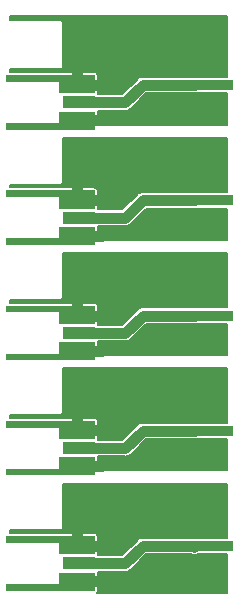
<source format=gbr>
G04 #@! TF.GenerationSoftware,KiCad,Pcbnew,(5.0.2)-1*
G04 #@! TF.CreationDate,2019-09-04T12:50:55-04:00*
G04 #@! TF.ProjectId,MMCX_2DD-100P_Even,4d4d4358-5f32-4444-942d-313030505f45,rev?*
G04 #@! TF.SameCoordinates,Original*
G04 #@! TF.FileFunction,Copper,L1,Top*
G04 #@! TF.FilePolarity,Positive*
%FSLAX46Y46*%
G04 Gerber Fmt 4.6, Leading zero omitted, Abs format (unit mm)*
G04 Created by KiCad (PCBNEW (5.0.2)-1) date 9/4/2019 12:50:55 PM*
%MOMM*%
%LPD*%
G01*
G04 APERTURE LIST*
G04 #@! TA.AperFunction,SMDPad,CuDef*
%ADD10R,6.477000X0.883920*%
G04 #@! TD*
G04 #@! TA.AperFunction,SMDPad,CuDef*
%ADD11R,2.695200X1.092200*%
G04 #@! TD*
G04 #@! TA.AperFunction,SMDPad,CuDef*
%ADD12C,1.525300*%
G04 #@! TD*
G04 #@! TA.AperFunction,Conductor*
%ADD13C,0.100000*%
G04 #@! TD*
G04 #@! TA.AperFunction,ViaPad*
%ADD14C,0.800000*%
G04 #@! TD*
G04 #@! TA.AperFunction,Conductor*
%ADD15C,0.896620*%
G04 #@! TD*
G04 #@! TA.AperFunction,Conductor*
%ADD16C,0.250000*%
G04 #@! TD*
G04 #@! TA.AperFunction,Conductor*
%ADD17C,0.660400*%
G04 #@! TD*
G04 #@! TA.AperFunction,Conductor*
%ADD18C,0.152400*%
G04 #@! TD*
G04 APERTURE END LIST*
D10*
G04 #@! TO.P,J2,2*
G04 #@! TO.N,Net-(J2-Pad2)*
X156189135Y-28026464D03*
G04 #@! TD*
G04 #@! TO.P,J5,2*
G04 #@! TO.N,Net-(J5-Pad2)*
X156189135Y-37784984D03*
G04 #@! TD*
G04 #@! TO.P,J8,2*
G04 #@! TO.N,Net-(J8-Pad2)*
X156189135Y-47543504D03*
G04 #@! TD*
G04 #@! TO.P,J11,2*
G04 #@! TO.N,Net-(J11-Pad2)*
X156189135Y-57302027D03*
G04 #@! TD*
G04 #@! TO.P,J14,2*
G04 #@! TO.N,Net-(J14-Pad2)*
X156189135Y-67060544D03*
G04 #@! TD*
D11*
G04 #@! TO.P,J3,1*
G04 #@! TO.N,Net-(J2-Pad2)*
X146393385Y-29490245D03*
D12*
G04 #@! TO.P,J3,2*
G04 #@! TO.N,Net-(J1-Pad2)*
X146240985Y-27952895D03*
D13*
G04 #@! TD*
G04 #@! TO.N,Net-(J1-Pad2)*
G04 #@! TO.C,J3*
G36*
X147740985Y-28715545D02*
X144740985Y-28715545D01*
X144740985Y-27740245D01*
X140240985Y-27740245D01*
X140240985Y-27190245D01*
X147740985Y-27190245D01*
X147740985Y-28715545D01*
X147740985Y-28715545D01*
G37*
D12*
G04 #@! TO.P,J3,2*
G04 #@! TO.N,Net-(J1-Pad2)*
X146240985Y-31027595D03*
D13*
G04 #@! TD*
G04 #@! TO.N,Net-(J1-Pad2)*
G04 #@! TO.C,J3*
G36*
X147740985Y-31790245D02*
X140240985Y-31790245D01*
X140240985Y-31240245D01*
X144740985Y-31240245D01*
X144740985Y-30264945D01*
X147740985Y-30264945D01*
X147740985Y-31790245D01*
X147740985Y-31790245D01*
G37*
D12*
G04 #@! TO.P,J6,2*
G04 #@! TO.N,Net-(J4-Pad2)*
X146240985Y-40786115D03*
D13*
G04 #@! TD*
G04 #@! TO.N,Net-(J4-Pad2)*
G04 #@! TO.C,J6*
G36*
X147740985Y-41548765D02*
X140240985Y-41548765D01*
X140240985Y-40998765D01*
X144740985Y-40998765D01*
X144740985Y-40023465D01*
X147740985Y-40023465D01*
X147740985Y-41548765D01*
X147740985Y-41548765D01*
G37*
D12*
G04 #@! TO.P,J6,2*
G04 #@! TO.N,Net-(J4-Pad2)*
X146240985Y-37711415D03*
D13*
G04 #@! TD*
G04 #@! TO.N,Net-(J4-Pad2)*
G04 #@! TO.C,J6*
G36*
X147740985Y-38474065D02*
X144740985Y-38474065D01*
X144740985Y-37498765D01*
X140240985Y-37498765D01*
X140240985Y-36948765D01*
X147740985Y-36948765D01*
X147740985Y-38474065D01*
X147740985Y-38474065D01*
G37*
D11*
G04 #@! TO.P,J6,1*
G04 #@! TO.N,Net-(J5-Pad2)*
X146393385Y-39248765D03*
G04 #@! TD*
D12*
G04 #@! TO.P,J9,2*
G04 #@! TO.N,Net-(J7-Pad2)*
X146240985Y-50544635D03*
D13*
G04 #@! TD*
G04 #@! TO.N,Net-(J7-Pad2)*
G04 #@! TO.C,J9*
G36*
X147740985Y-51307285D02*
X140240985Y-51307285D01*
X140240985Y-50757285D01*
X144740985Y-50757285D01*
X144740985Y-49781985D01*
X147740985Y-49781985D01*
X147740985Y-51307285D01*
X147740985Y-51307285D01*
G37*
D12*
G04 #@! TO.P,J9,2*
G04 #@! TO.N,Net-(J7-Pad2)*
X146240985Y-47469935D03*
D13*
G04 #@! TD*
G04 #@! TO.N,Net-(J7-Pad2)*
G04 #@! TO.C,J9*
G36*
X147740985Y-48232585D02*
X144740985Y-48232585D01*
X144740985Y-47257285D01*
X140240985Y-47257285D01*
X140240985Y-46707285D01*
X147740985Y-46707285D01*
X147740985Y-48232585D01*
X147740985Y-48232585D01*
G37*
D11*
G04 #@! TO.P,J9,1*
G04 #@! TO.N,Net-(J8-Pad2)*
X146393385Y-49007285D03*
G04 #@! TD*
D12*
G04 #@! TO.P,J12,2*
G04 #@! TO.N,Net-(J10-Pad2)*
X146240985Y-60303155D03*
D13*
G04 #@! TD*
G04 #@! TO.N,Net-(J10-Pad2)*
G04 #@! TO.C,J12*
G36*
X147740985Y-61065805D02*
X140240985Y-61065805D01*
X140240985Y-60515805D01*
X144740985Y-60515805D01*
X144740985Y-59540505D01*
X147740985Y-59540505D01*
X147740985Y-61065805D01*
X147740985Y-61065805D01*
G37*
D12*
G04 #@! TO.P,J12,2*
G04 #@! TO.N,Net-(J10-Pad2)*
X146240985Y-57228455D03*
D13*
G04 #@! TD*
G04 #@! TO.N,Net-(J10-Pad2)*
G04 #@! TO.C,J12*
G36*
X147740985Y-57991105D02*
X144740985Y-57991105D01*
X144740985Y-57015805D01*
X140240985Y-57015805D01*
X140240985Y-56465805D01*
X147740985Y-56465805D01*
X147740985Y-57991105D01*
X147740985Y-57991105D01*
G37*
D11*
G04 #@! TO.P,J12,1*
G04 #@! TO.N,Net-(J11-Pad2)*
X146393385Y-58765805D03*
G04 #@! TD*
D12*
G04 #@! TO.P,J15,2*
G04 #@! TO.N,Net-(J13-Pad2)*
X146240985Y-70061675D03*
D13*
G04 #@! TD*
G04 #@! TO.N,Net-(J13-Pad2)*
G04 #@! TO.C,J15*
G36*
X147740985Y-70824325D02*
X140240985Y-70824325D01*
X140240985Y-70274325D01*
X144740985Y-70274325D01*
X144740985Y-69299025D01*
X147740985Y-69299025D01*
X147740985Y-70824325D01*
X147740985Y-70824325D01*
G37*
D12*
G04 #@! TO.P,J15,2*
G04 #@! TO.N,Net-(J13-Pad2)*
X146240985Y-66986975D03*
D13*
G04 #@! TD*
G04 #@! TO.N,Net-(J13-Pad2)*
G04 #@! TO.C,J15*
G36*
X147740985Y-67749625D02*
X144740985Y-67749625D01*
X144740985Y-66774325D01*
X140240985Y-66774325D01*
X140240985Y-66224325D01*
X147740985Y-66224325D01*
X147740985Y-67749625D01*
X147740985Y-67749625D01*
G37*
D11*
G04 #@! TO.P,J15,1*
G04 #@! TO.N,Net-(J14-Pad2)*
X146393385Y-68524325D03*
G04 #@! TD*
D14*
G04 #@! TO.N,Net-(J1-Pad2)*
X148382319Y-28026467D03*
X148382319Y-23147201D03*
X149846097Y-26074763D03*
X150334023Y-23147207D03*
X151797801Y-24123059D03*
X148382319Y-30954023D03*
X148382319Y-26148335D03*
X155701209Y-25586837D03*
X151797801Y-29978171D03*
X150334023Y-30954023D03*
X158140839Y-25586837D03*
X149846097Y-28026467D03*
X153261579Y-30466097D03*
X150821949Y-27050615D03*
X155701209Y-30466097D03*
X158140839Y-30466097D03*
X153261579Y-25586837D03*
G04 #@! TO.N,Net-(J4-Pad2)*
X153261579Y-40224617D03*
X155701209Y-40224617D03*
X158140839Y-40224617D03*
X148382319Y-32905727D03*
X148382319Y-37784987D03*
X148382319Y-40761159D03*
X148382319Y-35833283D03*
X151797801Y-33881579D03*
X151797801Y-39736691D03*
X150334023Y-40712543D03*
X149846097Y-37784987D03*
X149846097Y-35833283D03*
X150821949Y-36809135D03*
X150334023Y-32905727D03*
X153261579Y-35345357D03*
X155701209Y-35345357D03*
X158140839Y-35345357D03*
G04 #@! TO.N,Net-(J7-Pad2)*
X153261579Y-49983137D03*
X155701209Y-49983137D03*
X158140839Y-49983137D03*
X148382319Y-47543507D03*
X148382319Y-45591803D03*
X151797801Y-49495211D03*
X150334023Y-50471063D03*
X149846097Y-45591803D03*
X150821949Y-46567655D03*
X148382319Y-50519709D03*
X151797801Y-43640099D03*
X148382319Y-42664247D03*
X150334023Y-42664247D03*
X153261579Y-45103877D03*
X155701209Y-45103877D03*
X158140839Y-45103877D03*
X149846097Y-47543507D03*
G04 #@! TO.N,Net-(J10-Pad2)*
X153261579Y-59741657D03*
X155701209Y-59741657D03*
X158140839Y-59741657D03*
X148382319Y-57302027D03*
X148382337Y-60303155D03*
X148382337Y-52422866D03*
X148382319Y-55350323D03*
X149846097Y-55350323D03*
X150334023Y-60229583D03*
X151797801Y-53398619D03*
X151797801Y-59253731D03*
X150821949Y-56326175D03*
X150334023Y-52422767D03*
X153261579Y-54862397D03*
X155701209Y-54862397D03*
X158140839Y-54862397D03*
X149846097Y-57302027D03*
G04 #@! TO.N,Net-(J13-Pad2)*
X155701209Y-69500177D03*
X151797801Y-69012251D03*
X149846097Y-65108843D03*
X148382319Y-67060547D03*
X148382337Y-62181441D03*
X148382337Y-70036809D03*
X148308931Y-65182415D03*
X150334023Y-69988103D03*
X158140839Y-69500177D03*
X150821949Y-66084695D03*
X153261579Y-69500177D03*
X150334023Y-62181287D03*
X158140839Y-64620917D03*
X155701209Y-64620917D03*
X153261579Y-64620917D03*
X151797801Y-63157139D03*
X149846097Y-67060547D03*
G04 #@! TD*
D15*
G04 #@! TO.N,Net-(J1-Pad2)*
X146240985Y-27977911D02*
X147942949Y-27977911D01*
X146240985Y-31002609D02*
X148821659Y-31002609D01*
X146240985Y-26148335D02*
X146240985Y-27836841D01*
D16*
G04 #@! TO.N,Net-(J4-Pad2)*
X146592695Y-36321245D02*
X146240985Y-35969535D01*
D15*
X146240985Y-40761159D02*
X148333787Y-40761159D01*
X146240985Y-35906855D02*
X146240985Y-37595401D01*
X148382319Y-32905727D02*
X148438013Y-32905727D01*
X146314557Y-37784987D02*
X146240985Y-37711415D01*
X148382319Y-37784987D02*
X146314557Y-37784987D01*
G04 #@! TO.N,Net-(J7-Pad2)*
X146240985Y-50519709D02*
X148382319Y-50519709D01*
X146240985Y-45665375D02*
X146240985Y-47353961D01*
X146314557Y-47543507D02*
X146240985Y-47469935D01*
X148382319Y-47543507D02*
X146314557Y-47543507D01*
D17*
G04 #@! TO.N,Net-(J10-Pad2)*
X146346115Y-55838345D02*
X146240985Y-55733215D01*
D15*
X146240985Y-60303155D02*
X148308747Y-60303155D01*
X146240985Y-57228455D02*
X148308747Y-57228455D01*
X146240985Y-55423895D02*
X146240985Y-57112521D01*
G04 #@! TO.N,Net-(J13-Pad2)*
X146240985Y-67012111D02*
X147942829Y-67012111D01*
X148382337Y-62181441D02*
X148438165Y-62181441D01*
X146240985Y-70036809D02*
X148821671Y-70036809D01*
X146240985Y-66986975D02*
X146240985Y-65298473D01*
G04 #@! TO.N,Net-(J2-Pad2)*
X146393385Y-29490245D02*
X150334023Y-29490245D01*
X151797804Y-28026464D02*
X156189135Y-28026464D01*
X150334023Y-29490245D02*
X151797804Y-28026464D01*
G04 #@! TO.N,Net-(J5-Pad2)*
X146393385Y-39248765D02*
X150334023Y-39248765D01*
X151797804Y-37784984D02*
X156189135Y-37784984D01*
X150334023Y-39248765D02*
X151797804Y-37784984D01*
G04 #@! TO.N,Net-(J8-Pad2)*
X146393385Y-49007285D02*
X150334023Y-49007285D01*
X151797804Y-47543504D02*
X156189135Y-47543504D01*
X150334023Y-49007285D02*
X151797804Y-47543504D01*
G04 #@! TO.N,Net-(J11-Pad2)*
X150334023Y-58765805D02*
X146393385Y-58765805D01*
X151797801Y-57302027D02*
X156189135Y-57302027D01*
X150334023Y-58765805D02*
X151797801Y-57302027D01*
G04 #@! TO.N,Net-(J14-Pad2)*
X156134265Y-67115414D02*
X156189135Y-67060544D01*
X146393385Y-68524325D02*
X150334023Y-68524325D01*
X151797804Y-67060544D02*
X156189135Y-67060544D01*
X150334023Y-68524325D02*
X151797804Y-67060544D01*
G04 #@! TD*
D18*
G04 #@! TO.N,Net-(J1-Pad2)*
G36*
X158941700Y-31365749D02*
X147996214Y-31365749D01*
X147996214Y-30264945D01*
X147991310Y-30215152D01*
X147984455Y-30192555D01*
X150299525Y-30192555D01*
X150334023Y-30195953D01*
X150368521Y-30192555D01*
X150368523Y-30192555D01*
X150471700Y-30182393D01*
X150604086Y-30142234D01*
X150726093Y-30077020D01*
X150833034Y-29989256D01*
X150855033Y-29962450D01*
X152088710Y-28728774D01*
X156223635Y-28728774D01*
X156275640Y-28723652D01*
X158941700Y-28723652D01*
X158941700Y-31365749D01*
X158941700Y-31365749D01*
G37*
X158941700Y-31365749D02*
X147996214Y-31365749D01*
X147996214Y-30264945D01*
X147991310Y-30215152D01*
X147984455Y-30192555D01*
X150299525Y-30192555D01*
X150334023Y-30195953D01*
X150368521Y-30192555D01*
X150368523Y-30192555D01*
X150471700Y-30182393D01*
X150604086Y-30142234D01*
X150726093Y-30077020D01*
X150833034Y-29989256D01*
X150855033Y-29962450D01*
X152088710Y-28728774D01*
X156223635Y-28728774D01*
X156275640Y-28723652D01*
X158941700Y-28723652D01*
X158941700Y-31365749D01*
G36*
X158941700Y-27329276D02*
X156275640Y-27329276D01*
X156223635Y-27324154D01*
X151832302Y-27324154D01*
X151797804Y-27320756D01*
X151763306Y-27324154D01*
X151763304Y-27324154D01*
X151660127Y-27334316D01*
X151527741Y-27374475D01*
X151405734Y-27439689D01*
X151298793Y-27527453D01*
X151276798Y-27554254D01*
X150043118Y-28787935D01*
X147984455Y-28787935D01*
X147991310Y-28765338D01*
X147996214Y-28715545D01*
X147996214Y-27190245D01*
X147991310Y-27140452D01*
X147976786Y-27092573D01*
X147953200Y-27048447D01*
X147921459Y-27009771D01*
X147882783Y-26978030D01*
X147838657Y-26954444D01*
X147790778Y-26939920D01*
X147740985Y-26935016D01*
X140570000Y-26935016D01*
X140570000Y-26690000D01*
X144724846Y-26690000D01*
X144741000Y-26691591D01*
X144757154Y-26690000D01*
X144805495Y-26685239D01*
X144867512Y-26666426D01*
X144924667Y-26635876D01*
X144974763Y-26594763D01*
X145015876Y-26544667D01*
X145046426Y-26487512D01*
X145065239Y-26425495D01*
X145071591Y-26361000D01*
X145070000Y-26344846D01*
X145070000Y-22877154D01*
X145071591Y-22861000D01*
X145065239Y-22796505D01*
X145046426Y-22734488D01*
X145015876Y-22677333D01*
X144974763Y-22627237D01*
X144924667Y-22586124D01*
X144867512Y-22555574D01*
X144805495Y-22536761D01*
X144757154Y-22532000D01*
X144741000Y-22530409D01*
X144724846Y-22532000D01*
X140570000Y-22532000D01*
X140570000Y-22140000D01*
X158941700Y-22140000D01*
X158941700Y-27329276D01*
X158941700Y-27329276D01*
G37*
X158941700Y-27329276D02*
X156275640Y-27329276D01*
X156223635Y-27324154D01*
X151832302Y-27324154D01*
X151797804Y-27320756D01*
X151763306Y-27324154D01*
X151763304Y-27324154D01*
X151660127Y-27334316D01*
X151527741Y-27374475D01*
X151405734Y-27439689D01*
X151298793Y-27527453D01*
X151276798Y-27554254D01*
X150043118Y-28787935D01*
X147984455Y-28787935D01*
X147991310Y-28765338D01*
X147996214Y-28715545D01*
X147996214Y-27190245D01*
X147991310Y-27140452D01*
X147976786Y-27092573D01*
X147953200Y-27048447D01*
X147921459Y-27009771D01*
X147882783Y-26978030D01*
X147838657Y-26954444D01*
X147790778Y-26939920D01*
X147740985Y-26935016D01*
X140570000Y-26935016D01*
X140570000Y-26690000D01*
X144724846Y-26690000D01*
X144741000Y-26691591D01*
X144757154Y-26690000D01*
X144805495Y-26685239D01*
X144867512Y-26666426D01*
X144924667Y-26635876D01*
X144974763Y-26594763D01*
X145015876Y-26544667D01*
X145046426Y-26487512D01*
X145065239Y-26425495D01*
X145071591Y-26361000D01*
X145070000Y-26344846D01*
X145070000Y-22877154D01*
X145071591Y-22861000D01*
X145065239Y-22796505D01*
X145046426Y-22734488D01*
X145015876Y-22677333D01*
X144974763Y-22627237D01*
X144924667Y-22586124D01*
X144867512Y-22555574D01*
X144805495Y-22536761D01*
X144757154Y-22532000D01*
X144741000Y-22530409D01*
X144724846Y-22532000D01*
X140570000Y-22532000D01*
X140570000Y-22140000D01*
X158941700Y-22140000D01*
X158941700Y-27329276D01*
G04 #@! TO.N,Net-(J4-Pad2)*
G36*
X158941700Y-41124269D02*
X147996214Y-41124269D01*
X147996214Y-40023465D01*
X147991310Y-39973672D01*
X147984455Y-39951075D01*
X150299525Y-39951075D01*
X150334023Y-39954473D01*
X150368521Y-39951075D01*
X150368523Y-39951075D01*
X150471700Y-39940913D01*
X150604086Y-39900754D01*
X150726093Y-39835540D01*
X150833034Y-39747776D01*
X150855033Y-39720970D01*
X152088710Y-38487294D01*
X156223635Y-38487294D01*
X156275640Y-38482172D01*
X158941700Y-38482172D01*
X158941700Y-41124269D01*
X158941700Y-41124269D01*
G37*
X158941700Y-41124269D02*
X147996214Y-41124269D01*
X147996214Y-40023465D01*
X147991310Y-39973672D01*
X147984455Y-39951075D01*
X150299525Y-39951075D01*
X150334023Y-39954473D01*
X150368521Y-39951075D01*
X150368523Y-39951075D01*
X150471700Y-39940913D01*
X150604086Y-39900754D01*
X150726093Y-39835540D01*
X150833034Y-39747776D01*
X150855033Y-39720970D01*
X152088710Y-38487294D01*
X156223635Y-38487294D01*
X156275640Y-38482172D01*
X158941700Y-38482172D01*
X158941700Y-41124269D01*
G36*
X158941700Y-37087796D02*
X156275640Y-37087796D01*
X156223635Y-37082674D01*
X151832302Y-37082674D01*
X151797804Y-37079276D01*
X151763306Y-37082674D01*
X151763304Y-37082674D01*
X151660127Y-37092836D01*
X151527741Y-37132995D01*
X151405734Y-37198209D01*
X151298793Y-37285973D01*
X151276798Y-37312774D01*
X150043118Y-38546455D01*
X147984455Y-38546455D01*
X147991310Y-38523858D01*
X147996214Y-38474065D01*
X147996214Y-36948765D01*
X147991310Y-36898972D01*
X147976786Y-36851093D01*
X147953200Y-36806967D01*
X147921459Y-36768291D01*
X147882783Y-36736550D01*
X147838657Y-36712964D01*
X147790778Y-36698440D01*
X147740985Y-36693536D01*
X140570000Y-36693536D01*
X140570000Y-36448526D01*
X144724846Y-36448526D01*
X144741000Y-36450117D01*
X144757154Y-36448526D01*
X144805495Y-36443765D01*
X144867512Y-36424952D01*
X144924667Y-36394402D01*
X144974763Y-36353289D01*
X145015876Y-36303193D01*
X145046426Y-36246038D01*
X145065239Y-36184021D01*
X145071591Y-36119526D01*
X145070000Y-36103372D01*
X145070000Y-32635680D01*
X145071591Y-32619526D01*
X145065239Y-32555031D01*
X145046725Y-32494001D01*
X158941700Y-32494001D01*
X158941700Y-37087796D01*
X158941700Y-37087796D01*
G37*
X158941700Y-37087796D02*
X156275640Y-37087796D01*
X156223635Y-37082674D01*
X151832302Y-37082674D01*
X151797804Y-37079276D01*
X151763306Y-37082674D01*
X151763304Y-37082674D01*
X151660127Y-37092836D01*
X151527741Y-37132995D01*
X151405734Y-37198209D01*
X151298793Y-37285973D01*
X151276798Y-37312774D01*
X150043118Y-38546455D01*
X147984455Y-38546455D01*
X147991310Y-38523858D01*
X147996214Y-38474065D01*
X147996214Y-36948765D01*
X147991310Y-36898972D01*
X147976786Y-36851093D01*
X147953200Y-36806967D01*
X147921459Y-36768291D01*
X147882783Y-36736550D01*
X147838657Y-36712964D01*
X147790778Y-36698440D01*
X147740985Y-36693536D01*
X140570000Y-36693536D01*
X140570000Y-36448526D01*
X144724846Y-36448526D01*
X144741000Y-36450117D01*
X144757154Y-36448526D01*
X144805495Y-36443765D01*
X144867512Y-36424952D01*
X144924667Y-36394402D01*
X144974763Y-36353289D01*
X145015876Y-36303193D01*
X145046426Y-36246038D01*
X145065239Y-36184021D01*
X145071591Y-36119526D01*
X145070000Y-36103372D01*
X145070000Y-32635680D01*
X145071591Y-32619526D01*
X145065239Y-32555031D01*
X145046725Y-32494001D01*
X158941700Y-32494001D01*
X158941700Y-37087796D01*
G04 #@! TO.N,Net-(J7-Pad2)*
G36*
X158941701Y-50882789D02*
X147996214Y-50882789D01*
X147996214Y-49781985D01*
X147991310Y-49732192D01*
X147984455Y-49709595D01*
X150299525Y-49709595D01*
X150334023Y-49712993D01*
X150368521Y-49709595D01*
X150368523Y-49709595D01*
X150471700Y-49699433D01*
X150604086Y-49659274D01*
X150726093Y-49594060D01*
X150833034Y-49506296D01*
X150855033Y-49479490D01*
X152088710Y-48245814D01*
X156223635Y-48245814D01*
X156275640Y-48240692D01*
X158941701Y-48240692D01*
X158941701Y-50882789D01*
X158941701Y-50882789D01*
G37*
X158941701Y-50882789D02*
X147996214Y-50882789D01*
X147996214Y-49781985D01*
X147991310Y-49732192D01*
X147984455Y-49709595D01*
X150299525Y-49709595D01*
X150334023Y-49712993D01*
X150368521Y-49709595D01*
X150368523Y-49709595D01*
X150471700Y-49699433D01*
X150604086Y-49659274D01*
X150726093Y-49594060D01*
X150833034Y-49506296D01*
X150855033Y-49479490D01*
X152088710Y-48245814D01*
X156223635Y-48245814D01*
X156275640Y-48240692D01*
X158941701Y-48240692D01*
X158941701Y-50882789D01*
G36*
X158941701Y-46846316D02*
X156275640Y-46846316D01*
X156223635Y-46841194D01*
X151832302Y-46841194D01*
X151797804Y-46837796D01*
X151763306Y-46841194D01*
X151763304Y-46841194D01*
X151660127Y-46851356D01*
X151527741Y-46891515D01*
X151405734Y-46956729D01*
X151298793Y-47044493D01*
X151276798Y-47071294D01*
X150043118Y-48304975D01*
X147984455Y-48304975D01*
X147991310Y-48282378D01*
X147996214Y-48232585D01*
X147996214Y-46707285D01*
X147991310Y-46657492D01*
X147976786Y-46609613D01*
X147953200Y-46565487D01*
X147921459Y-46526811D01*
X147882783Y-46495070D01*
X147838657Y-46471484D01*
X147790778Y-46456960D01*
X147740985Y-46452056D01*
X140570000Y-46452056D01*
X140570000Y-46207052D01*
X144724846Y-46207052D01*
X144741000Y-46208643D01*
X144757154Y-46207052D01*
X144805495Y-46202291D01*
X144867512Y-46183478D01*
X144924667Y-46152928D01*
X144974763Y-46111815D01*
X145015876Y-46061719D01*
X145046426Y-46004564D01*
X145065239Y-45942547D01*
X145071591Y-45878052D01*
X145070000Y-45861898D01*
X145070000Y-42394206D01*
X145071591Y-42378052D01*
X145065239Y-42313557D01*
X145046724Y-42252521D01*
X158941701Y-42252521D01*
X158941701Y-46846316D01*
X158941701Y-46846316D01*
G37*
X158941701Y-46846316D02*
X156275640Y-46846316D01*
X156223635Y-46841194D01*
X151832302Y-46841194D01*
X151797804Y-46837796D01*
X151763306Y-46841194D01*
X151763304Y-46841194D01*
X151660127Y-46851356D01*
X151527741Y-46891515D01*
X151405734Y-46956729D01*
X151298793Y-47044493D01*
X151276798Y-47071294D01*
X150043118Y-48304975D01*
X147984455Y-48304975D01*
X147991310Y-48282378D01*
X147996214Y-48232585D01*
X147996214Y-46707285D01*
X147991310Y-46657492D01*
X147976786Y-46609613D01*
X147953200Y-46565487D01*
X147921459Y-46526811D01*
X147882783Y-46495070D01*
X147838657Y-46471484D01*
X147790778Y-46456960D01*
X147740985Y-46452056D01*
X140570000Y-46452056D01*
X140570000Y-46207052D01*
X144724846Y-46207052D01*
X144741000Y-46208643D01*
X144757154Y-46207052D01*
X144805495Y-46202291D01*
X144867512Y-46183478D01*
X144924667Y-46152928D01*
X144974763Y-46111815D01*
X145015876Y-46061719D01*
X145046426Y-46004564D01*
X145065239Y-45942547D01*
X145071591Y-45878052D01*
X145070000Y-45861898D01*
X145070000Y-42394206D01*
X145071591Y-42378052D01*
X145065239Y-42313557D01*
X145046724Y-42252521D01*
X158941701Y-42252521D01*
X158941701Y-46846316D01*
G04 #@! TO.N,Net-(J10-Pad2)*
G36*
X158941701Y-60641309D02*
X147996214Y-60641309D01*
X147996214Y-59540505D01*
X147991310Y-59490712D01*
X147984455Y-59468115D01*
X150299525Y-59468115D01*
X150334023Y-59471513D01*
X150368521Y-59468115D01*
X150368523Y-59468115D01*
X150471700Y-59457953D01*
X150604086Y-59417794D01*
X150726093Y-59352580D01*
X150833034Y-59264816D01*
X150855033Y-59238010D01*
X152088707Y-58004337D01*
X156223635Y-58004337D01*
X156275640Y-57999215D01*
X158941701Y-57999215D01*
X158941701Y-60641309D01*
X158941701Y-60641309D01*
G37*
X158941701Y-60641309D02*
X147996214Y-60641309D01*
X147996214Y-59540505D01*
X147991310Y-59490712D01*
X147984455Y-59468115D01*
X150299525Y-59468115D01*
X150334023Y-59471513D01*
X150368521Y-59468115D01*
X150368523Y-59468115D01*
X150471700Y-59457953D01*
X150604086Y-59417794D01*
X150726093Y-59352580D01*
X150833034Y-59264816D01*
X150855033Y-59238010D01*
X152088707Y-58004337D01*
X156223635Y-58004337D01*
X156275640Y-57999215D01*
X158941701Y-57999215D01*
X158941701Y-60641309D01*
G36*
X158941701Y-56604839D02*
X156275640Y-56604839D01*
X156223635Y-56599717D01*
X151832301Y-56599717D01*
X151797801Y-56596319D01*
X151660123Y-56609879D01*
X151612693Y-56624267D01*
X151527738Y-56650038D01*
X151405731Y-56715252D01*
X151298790Y-56803016D01*
X151276795Y-56829817D01*
X150043118Y-58063495D01*
X147984455Y-58063495D01*
X147991310Y-58040898D01*
X147996214Y-57991105D01*
X147996214Y-56465805D01*
X147991310Y-56416012D01*
X147976786Y-56368133D01*
X147953200Y-56324007D01*
X147921459Y-56285331D01*
X147882783Y-56253590D01*
X147838657Y-56230004D01*
X147790778Y-56215480D01*
X147740985Y-56210576D01*
X140570000Y-56210576D01*
X140570000Y-55965578D01*
X144724846Y-55965578D01*
X144741000Y-55967169D01*
X144757154Y-55965578D01*
X144805495Y-55960817D01*
X144867512Y-55942004D01*
X144924667Y-55911454D01*
X144974763Y-55870341D01*
X145015876Y-55820245D01*
X145046426Y-55763090D01*
X145065239Y-55701073D01*
X145071591Y-55636578D01*
X145070000Y-55620424D01*
X145070000Y-52152732D01*
X145071591Y-52136578D01*
X145065239Y-52072083D01*
X145046722Y-52011041D01*
X158941701Y-52011041D01*
X158941701Y-56604839D01*
X158941701Y-56604839D01*
G37*
X158941701Y-56604839D02*
X156275640Y-56604839D01*
X156223635Y-56599717D01*
X151832301Y-56599717D01*
X151797801Y-56596319D01*
X151660123Y-56609879D01*
X151612693Y-56624267D01*
X151527738Y-56650038D01*
X151405731Y-56715252D01*
X151298790Y-56803016D01*
X151276795Y-56829817D01*
X150043118Y-58063495D01*
X147984455Y-58063495D01*
X147991310Y-58040898D01*
X147996214Y-57991105D01*
X147996214Y-56465805D01*
X147991310Y-56416012D01*
X147976786Y-56368133D01*
X147953200Y-56324007D01*
X147921459Y-56285331D01*
X147882783Y-56253590D01*
X147838657Y-56230004D01*
X147790778Y-56215480D01*
X147740985Y-56210576D01*
X140570000Y-56210576D01*
X140570000Y-55965578D01*
X144724846Y-55965578D01*
X144741000Y-55967169D01*
X144757154Y-55965578D01*
X144805495Y-55960817D01*
X144867512Y-55942004D01*
X144924667Y-55911454D01*
X144974763Y-55870341D01*
X145015876Y-55820245D01*
X145046426Y-55763090D01*
X145065239Y-55701073D01*
X145071591Y-55636578D01*
X145070000Y-55620424D01*
X145070000Y-52152732D01*
X145071591Y-52136578D01*
X145065239Y-52072083D01*
X145046722Y-52011041D01*
X158941701Y-52011041D01*
X158941701Y-56604839D01*
G04 #@! TO.N,Net-(J13-Pad2)*
G36*
X158941701Y-70995500D02*
X147929091Y-70995500D01*
X147953200Y-70966123D01*
X147976786Y-70921997D01*
X147991310Y-70874118D01*
X147996214Y-70824325D01*
X147996214Y-69299025D01*
X147991310Y-69249232D01*
X147984455Y-69226635D01*
X150299525Y-69226635D01*
X150334023Y-69230033D01*
X150368521Y-69226635D01*
X150368523Y-69226635D01*
X150471700Y-69216473D01*
X150604086Y-69176314D01*
X150726093Y-69111100D01*
X150833034Y-69023336D01*
X150855033Y-68996530D01*
X152088710Y-67762854D01*
X155855692Y-67762854D01*
X155864203Y-67767403D01*
X155996588Y-67807561D01*
X156134265Y-67821122D01*
X156271942Y-67807561D01*
X156404327Y-67767403D01*
X156422420Y-67757732D01*
X158941701Y-67757732D01*
X158941701Y-70995500D01*
X158941701Y-70995500D01*
G37*
X158941701Y-70995500D02*
X147929091Y-70995500D01*
X147953200Y-70966123D01*
X147976786Y-70921997D01*
X147991310Y-70874118D01*
X147996214Y-70824325D01*
X147996214Y-69299025D01*
X147991310Y-69249232D01*
X147984455Y-69226635D01*
X150299525Y-69226635D01*
X150334023Y-69230033D01*
X150368521Y-69226635D01*
X150368523Y-69226635D01*
X150471700Y-69216473D01*
X150604086Y-69176314D01*
X150726093Y-69111100D01*
X150833034Y-69023336D01*
X150855033Y-68996530D01*
X152088710Y-67762854D01*
X155855692Y-67762854D01*
X155864203Y-67767403D01*
X155996588Y-67807561D01*
X156134265Y-67821122D01*
X156271942Y-67807561D01*
X156404327Y-67767403D01*
X156422420Y-67757732D01*
X158941701Y-67757732D01*
X158941701Y-70995500D01*
G36*
X158941701Y-66363356D02*
X156275640Y-66363356D01*
X156223635Y-66358234D01*
X156189135Y-66354836D01*
X156154635Y-66358234D01*
X151832302Y-66358234D01*
X151797804Y-66354836D01*
X151763306Y-66358234D01*
X151763304Y-66358234D01*
X151660127Y-66368396D01*
X151527741Y-66408555D01*
X151405734Y-66473769D01*
X151298793Y-66561533D01*
X151276798Y-66588334D01*
X150043118Y-67822015D01*
X147984455Y-67822015D01*
X147991310Y-67799418D01*
X147996214Y-67749625D01*
X147996214Y-66224325D01*
X147991310Y-66174532D01*
X147976786Y-66126653D01*
X147953200Y-66082527D01*
X147921459Y-66043851D01*
X147882783Y-66012110D01*
X147838657Y-65988524D01*
X147790778Y-65974000D01*
X147740985Y-65969096D01*
X140570000Y-65969096D01*
X140570000Y-65724104D01*
X144724846Y-65724104D01*
X144741000Y-65725695D01*
X144757154Y-65724104D01*
X144805495Y-65719343D01*
X144867512Y-65700530D01*
X144924667Y-65669980D01*
X144974763Y-65628867D01*
X145015876Y-65578771D01*
X145046426Y-65521616D01*
X145065239Y-65459599D01*
X145071591Y-65395104D01*
X145070000Y-65378950D01*
X145070000Y-61911258D01*
X145071591Y-61895104D01*
X145065239Y-61830609D01*
X145046720Y-61769561D01*
X158941701Y-61769561D01*
X158941701Y-66363356D01*
X158941701Y-66363356D01*
G37*
X158941701Y-66363356D02*
X156275640Y-66363356D01*
X156223635Y-66358234D01*
X156189135Y-66354836D01*
X156154635Y-66358234D01*
X151832302Y-66358234D01*
X151797804Y-66354836D01*
X151763306Y-66358234D01*
X151763304Y-66358234D01*
X151660127Y-66368396D01*
X151527741Y-66408555D01*
X151405734Y-66473769D01*
X151298793Y-66561533D01*
X151276798Y-66588334D01*
X150043118Y-67822015D01*
X147984455Y-67822015D01*
X147991310Y-67799418D01*
X147996214Y-67749625D01*
X147996214Y-66224325D01*
X147991310Y-66174532D01*
X147976786Y-66126653D01*
X147953200Y-66082527D01*
X147921459Y-66043851D01*
X147882783Y-66012110D01*
X147838657Y-65988524D01*
X147790778Y-65974000D01*
X147740985Y-65969096D01*
X140570000Y-65969096D01*
X140570000Y-65724104D01*
X144724846Y-65724104D01*
X144741000Y-65725695D01*
X144757154Y-65724104D01*
X144805495Y-65719343D01*
X144867512Y-65700530D01*
X144924667Y-65669980D01*
X144974763Y-65628867D01*
X145015876Y-65578771D01*
X145046426Y-65521616D01*
X145065239Y-65459599D01*
X145071591Y-65395104D01*
X145070000Y-65378950D01*
X145070000Y-61911258D01*
X145071591Y-61895104D01*
X145065239Y-61830609D01*
X145046720Y-61769561D01*
X158941701Y-61769561D01*
X158941701Y-66363356D01*
G04 #@! TD*
M02*

</source>
